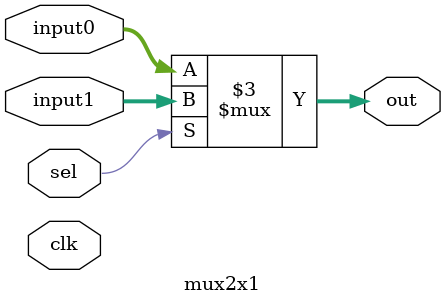
<source format=sv>
module mux2x1 #(parameter WIDTH=8)(
  input logic [WIDTH-1:0] input0,
  input logic [WIDTH-1:0] input1,
  input logic sel,
  output logic [WIDTH-1:0] out, 
  input clk
);

  always @(clk) begin
    if(sel)
      out = input1;
    else
      out = input0;
  end
endmodule
</source>
